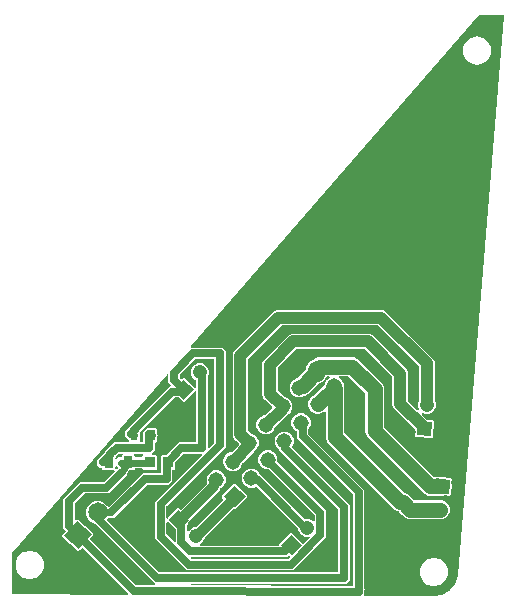
<source format=gbr>
G04 EAGLE Gerber RS-274X export*
G75*
%MOMM*%
%FSLAX34Y34*%
%LPD*%
%INTop Copper*%
%IPPOS*%
%AMOC8*
5,1,8,0,0,1.08239X$1,22.5*%
G01*
G04 Define Apertures*
%ADD10R,0.920900X0.970200*%
%ADD11R,0.611800X0.911800*%
%ADD12C,1.208000*%
%ADD13R,1.208000X1.208000*%
%ADD14R,1.650000X1.650000*%
%ADD15C,1.650000*%
%ADD16R,0.798700X0.973900*%
%ADD17R,1.308000X1.308000*%
%ADD18C,1.308000*%
%ADD19C,0.812800*%
%ADD20C,0.650000*%
%ADD21C,0.609600*%
%ADD22C,1.270000*%
%ADD23C,1.016000*%
G36*
X358557Y1796D02*
X365553Y3022D01*
X365808Y3116D01*
X371932Y6714D01*
X372137Y6891D01*
X376613Y12405D01*
X376744Y12643D01*
X378999Y19357D01*
X379036Y19536D01*
X415836Y462483D01*
X415837Y462493D01*
X418008Y493608D01*
X417969Y493909D01*
X417815Y494170D01*
X417572Y494351D01*
X417248Y494423D01*
X397887Y494423D01*
X397590Y494363D01*
X397312Y494161D01*
X153404Y213616D01*
X153255Y213352D01*
X153220Y213051D01*
X153306Y212760D01*
X153498Y212525D01*
X153767Y212384D01*
X153979Y212354D01*
X179557Y212354D01*
X182354Y209557D01*
X182354Y128103D01*
X132497Y78246D01*
X132330Y77993D01*
X132274Y77707D01*
X132274Y68519D01*
X132334Y68222D01*
X132506Y67972D01*
X132761Y67809D01*
X133060Y67758D01*
X133355Y67828D01*
X133593Y68000D01*
X141564Y76548D01*
X142826Y76592D01*
X144028Y75471D01*
X144287Y75312D01*
X144587Y75267D01*
X144880Y75342D01*
X145087Y75489D01*
X166582Y96985D01*
X166749Y97237D01*
X166805Y97536D01*
X166747Y97815D01*
X166335Y98809D01*
X166335Y102018D01*
X167563Y104981D01*
X169831Y107250D01*
X172795Y108478D01*
X176003Y108478D01*
X178967Y107250D01*
X181236Y104981D01*
X182463Y102018D01*
X182463Y98809D01*
X181236Y95846D01*
X178967Y93577D01*
X178042Y93194D01*
X177790Y93024D01*
X177630Y92782D01*
X177237Y91835D01*
X152829Y67426D01*
X152661Y67173D01*
X152606Y66861D01*
X152628Y66230D01*
X150647Y64106D01*
X150452Y63707D01*
X150342Y63018D01*
X149887Y62279D01*
X149774Y61880D01*
X149774Y58007D01*
X149834Y57710D01*
X150006Y57460D01*
X150261Y57296D01*
X150560Y57246D01*
X150855Y57315D01*
X151075Y57468D01*
X152889Y59282D01*
X155669Y60434D01*
X157256Y60434D01*
X157553Y60494D01*
X157795Y60657D01*
X180304Y83167D01*
X180472Y83420D01*
X180527Y83718D01*
X180462Y84014D01*
X180275Y84272D01*
X179280Y85168D01*
X179214Y86428D01*
X188811Y97087D01*
X190072Y97153D01*
X200730Y87556D01*
X200797Y86295D01*
X191200Y75637D01*
X189939Y75571D01*
X189726Y75762D01*
X189465Y75916D01*
X189164Y75956D01*
X188872Y75876D01*
X188677Y75735D01*
X164961Y52018D01*
X164793Y51765D01*
X164738Y51479D01*
X164738Y51365D01*
X163586Y48585D01*
X161458Y46458D01*
X160933Y46240D01*
X160682Y46071D01*
X160516Y45816D01*
X160463Y45518D01*
X160530Y45222D01*
X160708Y44976D01*
X160967Y44819D01*
X161225Y44774D01*
X227310Y44774D01*
X227608Y44834D01*
X227877Y45026D01*
X236959Y55113D01*
X238219Y55179D01*
X247798Y46554D01*
X248059Y46400D01*
X248360Y46360D01*
X248652Y46441D01*
X248847Y46581D01*
X253357Y51092D01*
X253524Y51344D01*
X253580Y51643D01*
X253515Y51939D01*
X253339Y52186D01*
X253081Y52346D01*
X252818Y52392D01*
X249994Y52392D01*
X247214Y53544D01*
X245086Y55672D01*
X243934Y58452D01*
X243934Y58999D01*
X243874Y59296D01*
X243711Y59537D01*
X208626Y94623D01*
X208373Y94790D01*
X208075Y94846D01*
X207795Y94788D01*
X205661Y93904D01*
X202453Y93904D01*
X199489Y95132D01*
X197221Y97400D01*
X195993Y100364D01*
X195993Y103572D01*
X197221Y106536D01*
X199489Y108804D01*
X202453Y110032D01*
X205661Y110032D01*
X208625Y108804D01*
X210893Y106536D01*
X211428Y105244D01*
X211598Y104993D01*
X211852Y104827D01*
X211941Y104810D01*
X249094Y67657D01*
X249347Y67490D01*
X249645Y67434D01*
X249925Y67492D01*
X249994Y67520D01*
X253003Y67520D01*
X255783Y66369D01*
X256425Y65727D01*
X256678Y65559D01*
X256976Y65504D01*
X257272Y65569D01*
X257520Y65744D01*
X257679Y66002D01*
X257726Y66266D01*
X257726Y70207D01*
X257666Y70504D01*
X257503Y70746D01*
X218962Y109287D01*
X218709Y109454D01*
X218423Y109510D01*
X216505Y109510D01*
X213541Y110738D01*
X211272Y113006D01*
X210045Y115970D01*
X210045Y119178D01*
X211272Y122142D01*
X213541Y124410D01*
X216505Y125638D01*
X219713Y125638D01*
X222677Y124410D01*
X224945Y122142D01*
X226173Y119178D01*
X226173Y115894D01*
X226233Y115597D01*
X226396Y115356D01*
X267274Y74477D01*
X267274Y56531D01*
X267275Y56487D01*
X267278Y56436D01*
X267278Y56436D01*
X267396Y54403D01*
X267314Y54264D01*
X267274Y54019D01*
X267274Y51506D01*
X239724Y23956D01*
X149293Y23956D01*
X122726Y50523D01*
X122726Y81977D01*
X162174Y121425D01*
X162341Y121678D01*
X162397Y121976D01*
X162332Y122272D01*
X162156Y122520D01*
X161898Y122679D01*
X161635Y122726D01*
X147293Y122726D01*
X146996Y122666D01*
X146754Y122503D01*
X139828Y115576D01*
X139660Y115323D01*
X139605Y115037D01*
X139605Y110088D01*
X138712Y109195D01*
X138036Y109195D01*
X137739Y109135D01*
X137489Y108963D01*
X137325Y108708D01*
X137274Y108433D01*
X137274Y99333D01*
X134477Y96536D01*
X116303Y96536D01*
X116006Y96476D01*
X115764Y96313D01*
X87622Y68171D01*
X83661Y68171D01*
X83426Y68327D01*
X83143Y68382D01*
X83099Y68382D01*
X82802Y68323D01*
X82551Y68152D01*
X82392Y67912D01*
X82162Y67355D01*
X82104Y67057D01*
X82166Y66761D01*
X82327Y66525D01*
X126394Y22457D01*
X126647Y22290D01*
X126933Y22234D01*
X277124Y22234D01*
X277421Y22294D01*
X277671Y22466D01*
X277835Y22721D01*
X277886Y22996D01*
X277886Y75247D01*
X277826Y75544D01*
X277663Y75786D01*
X227726Y125723D01*
X227726Y125895D01*
X227666Y126192D01*
X227503Y126433D01*
X225324Y128612D01*
X224097Y131576D01*
X224097Y134784D01*
X225324Y137748D01*
X227593Y140016D01*
X230556Y141244D01*
X233765Y141244D01*
X236728Y140016D01*
X238997Y137748D01*
X240225Y134784D01*
X240225Y131576D01*
X238999Y128618D01*
X238941Y128320D01*
X239004Y128023D01*
X239164Y127787D01*
X287434Y79517D01*
X287434Y15483D01*
X284637Y12686D01*
X153521Y12686D01*
X153224Y12626D01*
X152974Y12454D01*
X152810Y12199D01*
X152759Y11900D01*
X152829Y11605D01*
X153008Y11360D01*
X153269Y11205D01*
X153517Y11162D01*
X289660Y10429D01*
X289957Y10488D01*
X290208Y10658D01*
X290373Y10912D01*
X290426Y11191D01*
X290426Y87907D01*
X290366Y88204D01*
X290203Y88446D01*
X242726Y135923D01*
X242726Y140992D01*
X242666Y141290D01*
X242494Y141540D01*
X242256Y141696D01*
X241644Y141950D01*
X239376Y144218D01*
X238148Y147182D01*
X238148Y150390D01*
X239376Y153354D01*
X241644Y155622D01*
X244608Y156850D01*
X247816Y156850D01*
X250780Y155622D01*
X253049Y153354D01*
X254276Y150390D01*
X254276Y147182D01*
X253049Y144218D01*
X252497Y143667D01*
X252330Y143414D01*
X252274Y143128D01*
X252274Y140193D01*
X252334Y139896D01*
X252497Y139654D01*
X299974Y92177D01*
X299974Y7901D01*
X299986Y7841D01*
X299974Y5614D01*
X299974Y3632D01*
X299740Y3401D01*
X299572Y3149D01*
X299514Y2851D01*
X299578Y2555D01*
X299752Y2307D01*
X300009Y2146D01*
X300272Y2098D01*
X358422Y1784D01*
X358557Y1796D01*
G37*
%LPC*%
G36*
X389923Y453034D02*
X385719Y456386D01*
X383386Y461230D01*
X383386Y466607D01*
X385719Y471451D01*
X389923Y474803D01*
X395164Y475999D01*
X400406Y474803D01*
X404610Y471451D01*
X406942Y466607D01*
X406942Y461230D01*
X404610Y456386D01*
X400406Y453034D01*
X395164Y451838D01*
X389923Y453034D01*
G37*
G36*
X186847Y107956D02*
X183883Y109183D01*
X181615Y111452D01*
X180387Y114416D01*
X180387Y117624D01*
X181615Y120587D01*
X183883Y122856D01*
X186847Y124084D01*
X186928Y124084D01*
X187226Y124144D01*
X187467Y124307D01*
X193397Y130237D01*
X193565Y130490D01*
X193620Y130788D01*
X193555Y131084D01*
X193392Y131319D01*
X191232Y133441D01*
X191179Y133477D01*
X190194Y134462D01*
X190189Y134467D01*
X189253Y135387D01*
X188751Y136597D01*
X188749Y136604D01*
X188236Y137812D01*
X188236Y139123D01*
X188236Y139130D01*
X188224Y140524D01*
X188236Y140587D01*
X188236Y206874D01*
X189241Y209301D01*
X223399Y243459D01*
X225826Y244464D01*
X315244Y244464D01*
X317671Y243459D01*
X356380Y204750D01*
X356395Y204740D01*
X357411Y203718D01*
X357412Y203717D01*
X358344Y202786D01*
X358843Y201573D01*
X358843Y201571D01*
X359347Y200357D01*
X359343Y199041D01*
X359343Y197597D01*
X359340Y197579D01*
X359266Y167815D01*
X359324Y167522D01*
X360217Y165368D01*
X360217Y162358D01*
X359065Y159578D01*
X356937Y157451D01*
X354157Y156299D01*
X351148Y156299D01*
X349537Y156966D01*
X349240Y157024D01*
X348943Y156961D01*
X348694Y156788D01*
X348533Y156531D01*
X348484Y156232D01*
X348556Y155937D01*
X348703Y155727D01*
X352820Y151547D01*
X353072Y151378D01*
X353297Y151323D01*
X358215Y150893D01*
X359026Y149926D01*
X357863Y136634D01*
X356896Y135822D01*
X343604Y136985D01*
X342793Y137952D01*
X343160Y142151D01*
X343126Y142453D01*
X342944Y142753D01*
X325515Y160446D01*
X325511Y160450D01*
X324583Y161377D01*
X324090Y162593D01*
X324088Y162598D01*
X323586Y163810D01*
X323596Y165123D01*
X323596Y165128D01*
X323596Y187449D01*
X323536Y187746D01*
X323373Y187988D01*
X300488Y210873D01*
X300235Y211040D01*
X299949Y211096D01*
X242851Y211096D01*
X242554Y211036D01*
X242312Y210873D01*
X226627Y195188D01*
X226460Y194935D01*
X226404Y194649D01*
X226404Y176601D01*
X226464Y176304D01*
X226630Y176059D01*
X231622Y171122D01*
X231876Y170956D01*
X232158Y170902D01*
X232210Y170902D01*
X235174Y169674D01*
X237443Y167406D01*
X238670Y164442D01*
X238670Y161234D01*
X237443Y158270D01*
X235824Y156651D01*
X235658Y156404D01*
X235599Y156259D01*
X224479Y145140D01*
X224314Y144892D01*
X223391Y142664D01*
X221122Y140395D01*
X218159Y139168D01*
X214950Y139168D01*
X211987Y140395D01*
X209718Y142664D01*
X208490Y145628D01*
X208490Y148836D01*
X209718Y151800D01*
X211987Y154068D01*
X214950Y155296D01*
X215641Y155296D01*
X215938Y155356D01*
X216179Y155519D01*
X221821Y161161D01*
X221989Y161414D01*
X222044Y161712D01*
X221979Y162008D01*
X221818Y162241D01*
X216183Y167816D01*
X216149Y167838D01*
X215143Y168844D01*
X214209Y169768D01*
X213706Y170980D01*
X213705Y170984D01*
X213196Y172194D01*
X213196Y173510D01*
X213188Y174931D01*
X213196Y174971D01*
X213196Y199014D01*
X214201Y201441D01*
X236059Y223299D01*
X238486Y224304D01*
X304314Y224304D01*
X306741Y223299D01*
X335799Y194241D01*
X336804Y191814D01*
X336804Y168119D01*
X336864Y167821D01*
X337023Y167584D01*
X344464Y160031D01*
X344715Y159861D01*
X345013Y159804D01*
X345309Y159866D01*
X345558Y160040D01*
X345719Y160297D01*
X345768Y160596D01*
X345710Y160857D01*
X345089Y162358D01*
X345089Y165368D01*
X346000Y167569D01*
X346058Y167859D01*
X346128Y196005D01*
X346068Y196303D01*
X345905Y196546D01*
X311418Y231033D01*
X311165Y231200D01*
X310879Y231256D01*
X230191Y231256D01*
X229894Y231196D01*
X229652Y231033D01*
X201667Y203048D01*
X201500Y202795D01*
X201444Y202509D01*
X201444Y142244D01*
X201504Y141947D01*
X201672Y141701D01*
X203496Y139908D01*
X203751Y139743D01*
X204030Y139690D01*
X204107Y139690D01*
X207071Y138462D01*
X209339Y136194D01*
X210567Y133230D01*
X210567Y130022D01*
X209339Y127058D01*
X207071Y124789D01*
X206456Y124535D01*
X206209Y124370D01*
X196738Y114899D01*
X196571Y114646D01*
X196535Y114465D01*
X195287Y111452D01*
X193019Y109183D01*
X190055Y107956D01*
X186847Y107956D01*
G37*
G36*
X335740Y67920D02*
X335740Y67920D01*
X334309Y68512D01*
X333202Y69619D01*
X331987Y70833D01*
X331987Y70834D01*
X329134Y73687D01*
X328881Y73854D01*
X328722Y73885D01*
X325769Y75109D01*
X268237Y132640D01*
X267039Y135534D01*
X267039Y157923D01*
X266978Y158220D01*
X266807Y158470D01*
X266551Y158633D01*
X266252Y158684D01*
X265957Y158615D01*
X265738Y158462D01*
X264832Y157556D01*
X261868Y156328D01*
X258660Y156328D01*
X255696Y157556D01*
X253428Y159824D01*
X252200Y162788D01*
X252200Y165996D01*
X253428Y168960D01*
X255696Y171228D01*
X256206Y171439D01*
X256434Y171586D01*
X266009Y180512D01*
X266186Y180758D01*
X266252Y181069D01*
X266252Y181602D01*
X267200Y183890D01*
X267257Y184188D01*
X267195Y184484D01*
X267021Y184733D01*
X266765Y184895D01*
X266465Y184943D01*
X266171Y184871D01*
X266004Y184764D01*
X263883Y182973D01*
X260768Y181981D01*
X260728Y181976D01*
X260426Y181791D01*
X251960Y173325D01*
X250364Y172664D01*
X250117Y172498D01*
X249226Y171607D01*
X246262Y170380D01*
X243054Y170380D01*
X240090Y171607D01*
X237822Y173876D01*
X236594Y176840D01*
X236594Y180048D01*
X237822Y183012D01*
X240090Y185280D01*
X242604Y186321D01*
X242851Y186486D01*
X250423Y194058D01*
X250590Y194311D01*
X250646Y194597D01*
X250646Y195654D01*
X251873Y198618D01*
X254142Y200886D01*
X256342Y201797D01*
X256589Y201962D01*
X257612Y202985D01*
X260506Y204184D01*
X290987Y204184D01*
X293881Y202985D01*
X315285Y181581D01*
X316484Y178687D01*
X316484Y145817D01*
X316544Y145520D01*
X316707Y145278D01*
X358769Y103216D01*
X359022Y103049D01*
X359308Y102993D01*
X359310Y102993D01*
X359607Y103053D01*
X359800Y103171D01*
X359873Y103233D01*
X362597Y102994D01*
X362663Y102991D01*
X367429Y102989D01*
X368597Y102505D01*
X368823Y102450D01*
X373165Y102070D01*
X373976Y101103D01*
X373631Y97154D01*
X373686Y96796D01*
X373734Y96679D01*
X373733Y93546D01*
X373248Y92378D01*
X373193Y92153D01*
X372813Y87811D01*
X371846Y86999D01*
X367897Y87345D01*
X367540Y87290D01*
X367422Y87241D01*
X355730Y87247D01*
X354161Y87247D01*
X352722Y87843D01*
X352722Y87844D01*
X351268Y88446D01*
X350159Y89555D01*
X301935Y137780D01*
X300736Y140674D01*
X300736Y173544D01*
X300676Y173841D01*
X300513Y174083D01*
X286383Y188213D01*
X286130Y188380D01*
X285844Y188436D01*
X278848Y188436D01*
X278551Y188376D01*
X278300Y188204D01*
X278137Y187949D01*
X278086Y187650D01*
X278156Y187355D01*
X278335Y187110D01*
X278556Y186970D01*
X278884Y186834D01*
X281152Y184566D01*
X282380Y181602D01*
X282380Y180466D01*
X282407Y180264D01*
X282451Y180103D01*
X282482Y180013D01*
X282874Y179066D01*
X282874Y178661D01*
X282901Y178460D01*
X283008Y178070D01*
X282880Y177053D01*
X282874Y176958D01*
X282874Y160934D01*
X282845Y160863D01*
X282787Y160571D01*
X282787Y140677D01*
X282847Y140380D01*
X283010Y140138D01*
X333267Y89881D01*
X333520Y89713D01*
X333679Y89682D01*
X336633Y88459D01*
X341806Y83286D01*
X342059Y83118D01*
X342345Y83062D01*
X365681Y83066D01*
X368576Y81868D01*
X370791Y79653D01*
X371990Y76760D01*
X371991Y73627D01*
X370792Y70733D01*
X368578Y68518D01*
X365684Y67318D01*
X340487Y67314D01*
X340486Y67314D01*
X338745Y67314D01*
X337203Y67314D01*
X335740Y67920D01*
G37*
G36*
X353292Y11622D02*
X349088Y14974D01*
X346755Y19818D01*
X346755Y25194D01*
X349088Y30038D01*
X353292Y33391D01*
X358533Y34587D01*
X363775Y33391D01*
X367979Y30038D01*
X370311Y25194D01*
X370311Y19818D01*
X367979Y14974D01*
X363775Y11622D01*
X358533Y10425D01*
X353292Y11622D01*
G37*
%LPD*%
G36*
X267725Y184909D02*
X267998Y185085D01*
X269748Y186834D01*
X270075Y186970D01*
X270327Y187140D01*
X270492Y187394D01*
X270546Y187692D01*
X270478Y187988D01*
X270301Y188234D01*
X270041Y188391D01*
X269784Y188436D01*
X268470Y188436D01*
X268173Y188376D01*
X267923Y188204D01*
X267760Y187949D01*
X267724Y187796D01*
X266782Y185973D01*
X266700Y185681D01*
X266737Y185381D01*
X266889Y185118D01*
X267131Y184936D01*
X267425Y184862D01*
X267725Y184909D01*
G37*
G36*
X168355Y127673D02*
X168575Y127826D01*
X172583Y131834D01*
X172750Y132087D01*
X172806Y132373D01*
X172806Y202044D01*
X172746Y202341D01*
X172574Y202591D01*
X172319Y202755D01*
X172044Y202806D01*
X157293Y202806D01*
X156996Y202746D01*
X156754Y202583D01*
X143607Y189436D01*
X143440Y189183D01*
X143384Y188897D01*
X143384Y187398D01*
X143444Y187101D01*
X143607Y186859D01*
X144367Y186099D01*
X144620Y185931D01*
X144918Y185876D01*
X145214Y185941D01*
X145473Y186128D01*
X145934Y186640D01*
X147194Y186706D01*
X156454Y178368D01*
X156715Y178214D01*
X157016Y178174D01*
X157308Y178255D01*
X157546Y178443D01*
X157692Y178709D01*
X157726Y178934D01*
X157726Y183925D01*
X157666Y184222D01*
X157494Y184472D01*
X157256Y184629D01*
X156189Y185071D01*
X154061Y187199D01*
X152909Y189979D01*
X152909Y192988D01*
X154061Y195768D01*
X156189Y197896D01*
X158969Y199047D01*
X161978Y199047D01*
X164758Y197896D01*
X166886Y195768D01*
X168037Y192988D01*
X168037Y189979D01*
X167332Y188276D01*
X167274Y187985D01*
X167274Y128365D01*
X167334Y128068D01*
X167506Y127818D01*
X167761Y127654D01*
X168060Y127603D01*
X168355Y127673D01*
G37*
G36*
X99587Y3239D02*
X99838Y3409D01*
X100003Y3663D01*
X100055Y3962D01*
X99987Y4258D01*
X99832Y4481D01*
X61618Y42701D01*
X61365Y42868D01*
X61067Y42924D01*
X60771Y42859D01*
X60504Y42662D01*
X58802Y40704D01*
X57542Y40616D01*
X44137Y52269D01*
X44049Y53529D01*
X46715Y56596D01*
X46864Y56859D01*
X46899Y57161D01*
X46813Y57452D01*
X46679Y57634D01*
X46491Y57822D01*
X45106Y59206D01*
X45106Y61150D01*
X45105Y63471D01*
X45106Y63476D01*
X45106Y84557D01*
X59173Y98624D01*
X79057Y98624D01*
X79354Y98684D01*
X79596Y98847D01*
X88303Y107555D01*
X88471Y107808D01*
X88526Y108106D01*
X88461Y108402D01*
X88286Y108649D01*
X88028Y108809D01*
X87764Y108856D01*
X78906Y108856D01*
X78005Y109757D01*
X77953Y110011D01*
X77782Y110261D01*
X77526Y110424D01*
X77252Y110475D01*
X76179Y110475D01*
X73383Y113272D01*
X73383Y117227D01*
X79721Y123565D01*
X79888Y123818D01*
X79937Y124067D01*
X88184Y132314D01*
X99635Y132314D01*
X99932Y132374D01*
X100182Y132546D01*
X100346Y132801D01*
X100397Y133076D01*
X100397Y134085D01*
X100337Y134382D01*
X100174Y134623D01*
X99054Y135743D01*
X98821Y135902D01*
X98515Y136037D01*
X98416Y136291D01*
X98245Y136552D01*
X97312Y137485D01*
X97312Y138977D01*
X97260Y139254D01*
X97138Y139565D01*
X97248Y139815D01*
X97312Y140121D01*
X97312Y141440D01*
X98367Y142495D01*
X98526Y142728D01*
X98660Y143034D01*
X98914Y143133D01*
X99176Y143304D01*
X103340Y147468D01*
X103507Y147721D01*
X103556Y147969D01*
X135363Y179777D01*
X135648Y179834D01*
X135898Y180006D01*
X136061Y180261D01*
X136112Y180560D01*
X136042Y180855D01*
X135889Y181075D01*
X135247Y181718D01*
X133835Y183129D01*
X133836Y185066D01*
X133836Y189070D01*
X133776Y189368D01*
X133604Y189618D01*
X133349Y189781D01*
X133050Y189832D01*
X132755Y189762D01*
X132499Y189570D01*
X1965Y39429D01*
X1816Y39165D01*
X1778Y38929D01*
X1778Y4463D01*
X1838Y4166D01*
X2010Y3916D01*
X2265Y3752D01*
X2536Y3701D01*
X99289Y3180D01*
X99587Y3239D01*
G37*
%LPC*%
G36*
X11189Y17410D02*
X6985Y20762D01*
X4652Y25606D01*
X4652Y30982D01*
X6985Y35827D01*
X11189Y39179D01*
X16430Y40375D01*
X21672Y39179D01*
X25876Y35827D01*
X28208Y30982D01*
X28208Y25606D01*
X25876Y20762D01*
X21672Y17410D01*
X16430Y16213D01*
X11189Y17410D01*
G37*
%LPD*%
G36*
X122472Y11390D02*
X122723Y11560D01*
X122887Y11814D01*
X122940Y12113D01*
X122872Y12408D01*
X122717Y12632D01*
X72355Y62993D01*
X72108Y63158D01*
X68379Y64703D01*
X65630Y67452D01*
X64142Y71045D01*
X64142Y74933D01*
X65630Y78525D01*
X68379Y81275D01*
X71972Y82763D01*
X75860Y82763D01*
X79453Y81275D01*
X82202Y78525D01*
X82421Y77997D01*
X82590Y77745D01*
X82845Y77580D01*
X83122Y77526D01*
X83156Y77526D01*
X83454Y77585D01*
X83698Y77749D01*
X112033Y106084D01*
X126964Y106084D01*
X127261Y106144D01*
X127511Y106316D01*
X127675Y106571D01*
X127726Y106846D01*
X127726Y109394D01*
X127666Y109691D01*
X127503Y109932D01*
X127348Y110088D01*
X127348Y121052D01*
X128240Y121945D01*
X132378Y121945D01*
X132675Y122005D01*
X132917Y122168D01*
X143023Y132274D01*
X156964Y132274D01*
X157261Y132334D01*
X157511Y132506D01*
X157675Y132761D01*
X157726Y133036D01*
X157726Y175143D01*
X157666Y175440D01*
X157494Y175690D01*
X157239Y175854D01*
X156940Y175905D01*
X156645Y175835D01*
X156398Y175653D01*
X148248Y166602D01*
X146987Y166535D01*
X143106Y170030D01*
X142844Y170184D01*
X142596Y170226D01*
X139631Y170226D01*
X139334Y170166D01*
X139092Y170003D01*
X113334Y144245D01*
X113167Y143992D01*
X113118Y143743D01*
X113075Y143700D01*
X112907Y143447D01*
X112895Y143382D01*
X112768Y143345D01*
X112585Y143210D01*
X109786Y140411D01*
X109619Y140159D01*
X109563Y139873D01*
X109563Y139168D01*
X109615Y138891D01*
X109928Y138090D01*
X109627Y137406D01*
X109563Y137099D01*
X109563Y133076D01*
X109623Y132779D01*
X109795Y132529D01*
X110050Y132365D01*
X110325Y132314D01*
X111964Y132314D01*
X112261Y132374D01*
X112511Y132546D01*
X112675Y132801D01*
X112726Y133076D01*
X112726Y138336D01*
X112654Y138659D01*
X112556Y138867D01*
X112680Y139210D01*
X112726Y139470D01*
X112726Y141069D01*
X113590Y141933D01*
X113768Y142212D01*
X113840Y142412D01*
X113845Y142448D01*
X113937Y142471D01*
X114176Y142583D01*
X114392Y142734D01*
X115523Y143865D01*
X115563Y143865D01*
X115860Y143926D01*
X116102Y144088D01*
X116290Y144276D01*
X123670Y144276D01*
X124563Y143383D01*
X124563Y139356D01*
X124635Y139033D01*
X124924Y138417D01*
X124609Y137547D01*
X124563Y137287D01*
X124563Y133003D01*
X123670Y132110D01*
X123036Y132110D01*
X122739Y132050D01*
X122489Y131878D01*
X122325Y131623D01*
X122274Y131348D01*
X122274Y125563D01*
X119957Y123246D01*
X119790Y122993D01*
X119734Y122695D01*
X119799Y122399D01*
X119975Y122151D01*
X120233Y121992D01*
X120496Y121945D01*
X123220Y121945D01*
X124113Y121052D01*
X124113Y110088D01*
X123220Y109195D01*
X112748Y109195D01*
X111738Y110205D01*
X111486Y110372D01*
X111200Y110428D01*
X106115Y110428D01*
X105817Y110368D01*
X105567Y110196D01*
X105404Y109941D01*
X105371Y109767D01*
X104460Y108856D01*
X101476Y108856D01*
X101178Y108795D01*
X100842Y108516D01*
X98911Y105619D01*
X98783Y105197D01*
X98783Y104531D01*
X97044Y102792D01*
X96949Y102676D01*
X96733Y102353D01*
X96457Y102205D01*
X83327Y89076D01*
X63443Y89076D01*
X63146Y89016D01*
X62904Y88853D01*
X54877Y80826D01*
X54710Y80573D01*
X54654Y80287D01*
X54654Y67678D01*
X54714Y67381D01*
X54886Y67131D01*
X55141Y66967D01*
X55469Y66918D01*
X56962Y67022D01*
X70367Y55369D01*
X70455Y54110D01*
X67786Y51039D01*
X67636Y50775D01*
X67601Y50473D01*
X67687Y50182D01*
X67822Y50000D01*
X106179Y11637D01*
X106432Y11470D01*
X106714Y11414D01*
X122174Y11331D01*
X122472Y11390D01*
G37*
G36*
X111391Y119632D02*
X111641Y119804D01*
X111804Y120059D01*
X111856Y120334D01*
X111856Y121052D01*
X112268Y121465D01*
X112436Y121718D01*
X112492Y122016D01*
X112426Y122312D01*
X112251Y122560D01*
X111993Y122719D01*
X111730Y122766D01*
X105176Y122766D01*
X104879Y122706D01*
X104629Y122534D01*
X104465Y122279D01*
X104414Y121980D01*
X104484Y121685D01*
X104637Y121465D01*
X105353Y120750D01*
X105353Y120334D01*
X105413Y120037D01*
X105584Y119787D01*
X105840Y119623D01*
X106115Y119572D01*
X111094Y119572D01*
X111391Y119632D01*
G37*
G36*
X90130Y118013D02*
X90371Y118188D01*
X91621Y119543D01*
X91678Y119557D01*
X91699Y119572D01*
X93543Y119572D01*
X93574Y119573D01*
X93587Y119573D01*
X93881Y119646D01*
X94124Y119827D01*
X94277Y120089D01*
X94318Y120335D01*
X94318Y120750D01*
X95033Y121465D01*
X95200Y121718D01*
X95256Y122016D01*
X95191Y122312D01*
X95015Y122560D01*
X94757Y122719D01*
X94494Y122766D01*
X92455Y122766D01*
X92158Y122706D01*
X91916Y122543D01*
X89715Y120342D01*
X89548Y120089D01*
X89499Y119840D01*
X89272Y119613D01*
X89104Y119360D01*
X89049Y119074D01*
X89049Y118705D01*
X89109Y118407D01*
X89280Y118157D01*
X89536Y117994D01*
X89835Y117943D01*
X90130Y118013D01*
G37*
G36*
X90130Y109448D02*
X90349Y109601D01*
X90928Y110179D01*
X91095Y110432D01*
X91151Y110730D01*
X91086Y111026D01*
X90928Y111257D01*
X90493Y111691D01*
X90471Y111712D01*
X90327Y111845D01*
X90068Y112002D01*
X89768Y112046D01*
X89474Y111969D01*
X89234Y111784D01*
X89085Y111519D01*
X89049Y111285D01*
X89049Y110140D01*
X89109Y109842D01*
X89280Y109592D01*
X89536Y109429D01*
X89835Y109378D01*
X90130Y109448D01*
G37*
G36*
X139772Y47668D02*
X140020Y47844D01*
X140179Y48102D01*
X140226Y48365D01*
X140226Y58000D01*
X140166Y58297D01*
X139984Y58557D01*
X133556Y64552D01*
X133297Y64710D01*
X132997Y64755D01*
X132704Y64680D01*
X132462Y64496D01*
X132312Y64233D01*
X132274Y63994D01*
X132274Y54793D01*
X132334Y54496D01*
X132497Y54254D01*
X138925Y47826D01*
X139178Y47659D01*
X139476Y47603D01*
X139772Y47668D01*
G37*
G36*
X235751Y33564D02*
X235992Y33727D01*
X237056Y34791D01*
X237223Y35043D01*
X237279Y35342D01*
X237214Y35638D01*
X237027Y35896D01*
X236575Y36302D01*
X236314Y36456D01*
X236013Y36496D01*
X235721Y36416D01*
X235526Y36275D01*
X234477Y35226D01*
X153365Y35226D01*
X153068Y35166D01*
X152818Y34994D01*
X152654Y34739D01*
X152603Y34440D01*
X152673Y34145D01*
X152826Y33925D01*
X153024Y33727D01*
X153277Y33560D01*
X153563Y33504D01*
X235454Y33504D01*
X235751Y33564D01*
G37*
D10*
X117984Y115570D03*
X133476Y115570D03*
D11*
X104980Y138193D03*
X119980Y138193D03*
D12*
X364116Y75192D03*
D13*
G36*
X372403Y100606D02*
X371350Y88573D01*
X359317Y89626D01*
X360370Y101659D01*
X372403Y100606D01*
G37*
D12*
X157174Y52870D03*
D13*
G36*
X142248Y75046D02*
X151082Y66808D01*
X142844Y57974D01*
X134010Y66212D01*
X142248Y75046D01*
G37*
D12*
X251498Y59956D03*
D13*
G36*
X229586Y44647D02*
X237669Y53624D01*
X246646Y45541D01*
X238563Y36564D01*
X229586Y44647D01*
G37*
D12*
X352653Y163863D03*
D13*
G36*
X344366Y138449D02*
X345419Y150482D01*
X357452Y149429D01*
X356399Y137396D01*
X344366Y138449D01*
G37*
D12*
X160473Y191483D03*
D13*
G36*
X138561Y176174D02*
X146644Y185151D01*
X155621Y177068D01*
X147538Y168091D01*
X138561Y176174D01*
G37*
D14*
G36*
X68890Y54632D02*
X58065Y42181D01*
X45614Y53006D01*
X56439Y65457D01*
X68890Y54632D01*
G37*
D15*
X73916Y72989D03*
D16*
X83531Y115249D03*
X99835Y115249D03*
D17*
G36*
X199241Y86846D02*
X190489Y77126D01*
X180769Y85878D01*
X189521Y95598D01*
X199241Y86846D01*
G37*
D18*
X246212Y148786D03*
X204057Y101968D03*
X232161Y133180D03*
X218109Y117574D03*
X260264Y164392D03*
X274316Y179998D03*
X174399Y100414D03*
X230606Y162838D03*
X188451Y116020D03*
X216554Y147232D03*
X202503Y131626D03*
X244658Y178444D03*
X258710Y194050D03*
D19*
X189942Y84902D02*
X157923Y52883D01*
X157174Y52870D01*
X189942Y84902D02*
X190005Y86362D01*
D20*
X210000Y100000D02*
X250000Y60000D01*
X210000Y100000D02*
X205000Y100000D01*
D21*
X250000Y60000D02*
X251498Y59956D01*
D20*
X205000Y100000D02*
X204057Y101968D01*
D22*
X274913Y162500D02*
X275000Y162500D01*
X275000Y177500D01*
X274316Y179998D01*
X330229Y81784D02*
X332173Y81784D01*
X338769Y75188D02*
X364116Y75192D01*
X338769Y75188D02*
X332173Y81784D01*
X274913Y137100D02*
X274913Y162500D01*
X274913Y137100D02*
X330229Y81784D01*
X260264Y164392D02*
X274326Y177500D01*
X275000Y177500D01*
D21*
X262072Y196310D02*
X258710Y194050D01*
D22*
X257500Y190000D02*
X247500Y180000D01*
D21*
X257500Y190000D02*
X260000Y190000D01*
X247500Y180000D02*
X244658Y178444D01*
D22*
X260000Y190000D02*
X258710Y194050D01*
X289421Y196310D02*
X308610Y177121D01*
X308610Y142240D01*
X355729Y95121D02*
X365860Y95116D01*
X355729Y95121D02*
X308610Y142240D01*
X289421Y196310D02*
X262072Y196310D01*
D19*
X172500Y95000D02*
X145000Y67500D01*
X172500Y95000D02*
X172500Y100000D01*
D21*
X145000Y67500D02*
X142546Y66510D01*
D19*
X172500Y100000D02*
X174399Y100414D01*
D20*
X232500Y40000D02*
X237500Y45000D01*
X232500Y40000D02*
X152500Y40000D01*
X145000Y47500D01*
X145000Y65000D01*
D21*
X237500Y45000D02*
X238116Y45094D01*
D19*
X145000Y65000D02*
X142546Y66510D01*
D23*
X313930Y237860D02*
X352739Y199051D01*
X313930Y237860D02*
X227140Y237860D01*
X194840Y205560D01*
X194840Y139155D01*
X202503Y131626D01*
X352653Y163863D02*
X352739Y199051D01*
X202500Y130000D02*
X190000Y117500D01*
D21*
X188451Y116020D01*
X202500Y130000D02*
X202503Y131626D01*
D23*
X330200Y165100D02*
X330200Y190500D01*
X303000Y217700D01*
X330200Y165100D02*
X350000Y145000D01*
X303000Y217700D02*
X239800Y217700D01*
X219800Y197700D01*
X219800Y173526D01*
X230606Y162838D01*
D21*
X350000Y145000D02*
X350909Y143939D01*
D23*
X230000Y160000D02*
X217500Y147500D01*
D21*
X216554Y147232D01*
X230000Y160000D02*
X230606Y162838D01*
X147091Y176621D02*
X145000Y175000D01*
D20*
X220000Y115000D02*
X262500Y72500D01*
X151270Y28730D02*
X127500Y52500D01*
X127500Y80000D01*
X177580Y130080D01*
X177580Y207580D01*
X155000Y207580D01*
X138610Y191190D01*
X138610Y185106D01*
X147091Y176621D01*
X218109Y117574D02*
X220000Y115000D01*
D21*
X104980Y138193D02*
X102086Y139463D01*
D20*
X108337Y145714D01*
X108337Y145999D01*
X262500Y56127D02*
X262513Y56142D01*
X262500Y56371D01*
X262500Y72500D01*
X137338Y175000D02*
X108337Y145999D01*
X137338Y175000D02*
X145000Y175000D01*
X151270Y28730D02*
X237747Y28730D01*
X262500Y53483D01*
X262500Y56127D01*
D21*
X117500Y115000D02*
X93650Y115000D01*
X117500Y115000D02*
X117984Y115570D01*
X99835Y115249D02*
X93650Y115000D01*
D20*
X94009Y106509D02*
X81350Y93850D01*
X61150Y93850D01*
X49880Y82580D01*
X49880Y61184D01*
X57252Y53819D01*
D21*
X94009Y106509D02*
X99835Y115249D01*
D20*
X247500Y137900D02*
X247500Y147500D01*
X247500Y137900D02*
X295200Y90200D01*
D21*
X247500Y147500D02*
X246212Y148786D01*
D20*
X295200Y90200D02*
X295200Y5625D01*
X104412Y6652D01*
X57252Y53819D01*
X117500Y127540D02*
X117500Y139091D01*
D21*
X119980Y138193D01*
X83531Y115249D02*
X78157Y115249D01*
D20*
X84718Y121811D01*
X84718Y122096D01*
X90162Y127540D01*
X117500Y127540D01*
X132500Y115000D02*
X132500Y101310D01*
X114010Y101310D01*
D21*
X75000Y75000D02*
X71050Y71050D01*
D20*
X85645Y72945D02*
X114010Y101310D01*
D21*
X85645Y72945D02*
X73916Y72989D01*
X132500Y115000D02*
X133476Y115570D01*
X75000Y75000D02*
X73916Y72989D01*
D20*
X162500Y127500D02*
X162500Y190000D01*
X162500Y127500D02*
X145000Y127500D01*
X135000Y117500D01*
D21*
X162500Y190000D02*
X160473Y191483D01*
X135000Y117500D02*
X133476Y115570D01*
X232500Y127700D02*
X232500Y132500D01*
D20*
X232500Y127700D02*
X282660Y77540D01*
X282660Y17460D01*
X124640Y17460D01*
X71050Y71050D01*
D21*
X232161Y133180D02*
X232500Y132500D01*
M02*

</source>
